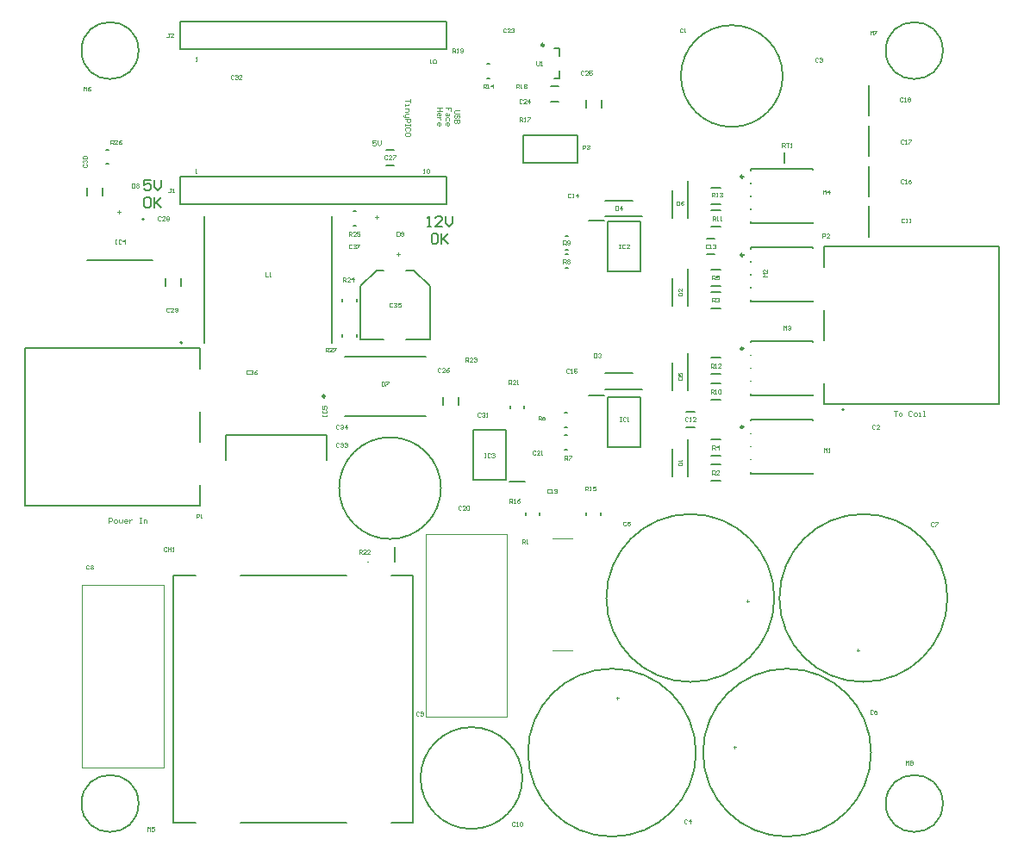
<source format=gto>
G04*
G04 #@! TF.GenerationSoftware,Altium Limited,Altium Designer,21.6.4 (81)*
G04*
G04 Layer_Color=65535*
%FSLAX44Y44*%
%MOMM*%
G71*
G04*
G04 #@! TF.SameCoordinates,6345E517-F44B-4F0B-96C8-749CB5923BEE*
G04*
G04*
G04 #@! TF.FilePolarity,Positive*
G04*
G01*
G75*
%ADD10C,0.2000*%
%ADD11C,0.2500*%
%ADD12C,0.1000*%
%ADD13C,0.1270*%
D10*
X682500Y232000D02*
G03*
X682500Y232000I-82500J0D01*
G01*
X848000Y770000D02*
G03*
X848000Y770000I-28000J0D01*
G01*
X58000Y30000D02*
G03*
X58000Y30000I-28000J0D01*
G01*
X101000Y483000D02*
G03*
X101000Y483000I-1000J0D01*
G01*
X58000Y770000D02*
G03*
X58000Y770000I-28000J0D01*
G01*
X355000Y340000D02*
G03*
X355000Y340000I-50000J0D01*
G01*
X63270Y604450D02*
G03*
X63270Y604450I-890J0D01*
G01*
X690707Y745000D02*
G03*
X690707Y745000I-50000J0D01*
G01*
X605500Y80000D02*
G03*
X605500Y80000I-82500J0D01*
G01*
X777500D02*
G03*
X777500Y80000I-82500J0D01*
G01*
X852500Y232000D02*
G03*
X852500Y232000I-82500J0D01*
G01*
X848000Y30000D02*
G03*
X848000Y30000I-28000J0D01*
G01*
X751000Y417000D02*
G03*
X751000Y417000I-1000J0D01*
G01*
X435000Y55000D02*
G03*
X435000Y55000I-50000J0D01*
G01*
X692500Y659750D02*
Y670250D01*
X99621Y538531D02*
Y546469D01*
X84059Y538531D02*
Y546469D01*
X476750Y400000D02*
X479250D01*
X476750Y414000D02*
X479250D01*
X462531Y735281D02*
X470469D01*
X462531Y719719D02*
X470469D01*
X471500Y742500D02*
Y750500D01*
X466500Y742500D02*
X471500D01*
Y764500D02*
Y772500D01*
X466500D02*
X471500D01*
X400250Y743000D02*
X402750D01*
X400250Y757000D02*
X402750D01*
X422000Y346700D02*
X437250D01*
X418500Y348000D02*
Y397000D01*
X386500D02*
X418500D01*
X386500Y348000D02*
Y397000D01*
Y348000D02*
X418500D01*
X452000Y313750D02*
Y316250D01*
X438000Y313750D02*
Y316250D01*
X26250Y658737D02*
X28750D01*
X26250Y672737D02*
X28750D01*
X22781Y627445D02*
Y635382D01*
X7219Y627445D02*
Y635382D01*
X7000Y564000D02*
X72000D01*
X122500Y482500D02*
Y607500D01*
X247500Y482500D02*
Y607500D01*
X268750Y598000D02*
X271250D01*
X268750Y612000D02*
X271250D01*
X344000Y486000D02*
Y538500D01*
X321000Y486000D02*
X344000D01*
X321000Y554000D02*
X328500D01*
X344000Y538500D01*
X276000D02*
X291500Y554000D01*
X299000D01*
X276000Y486000D02*
X299000D01*
X276000D02*
Y538500D01*
X260250Y469500D02*
X339750D01*
X260250Y410500D02*
X339750D01*
X310000Y268000D02*
Y282000D01*
X258000Y523750D02*
Y526250D01*
X272000Y523750D02*
Y526250D01*
X258000Y488750D02*
Y491250D01*
X272000Y488750D02*
Y491250D01*
X301031Y672781D02*
X308969D01*
X301031Y657219D02*
X308969D01*
X99250Y619100D02*
Y646100D01*
Y619100D02*
X360750D01*
Y646100D01*
X99250D02*
X360750D01*
X435600Y660058D02*
Y686957D01*
Y660058D02*
X489400D01*
Y686957D01*
X435600D02*
X489400D01*
X99250Y771500D02*
Y798500D01*
Y771500D02*
X360750D01*
Y798500D01*
X99250D02*
X360750D01*
X143500Y368000D02*
Y392500D01*
X242500D01*
Y368000D02*
Y392500D01*
X582250Y605824D02*
Y632824D01*
X597750Y605824D02*
Y642074D01*
X516500Y622750D02*
X543500D01*
X516500Y607250D02*
X552750D01*
X477207Y588058D02*
X479707D01*
X477207Y574057D02*
X479707D01*
X477207Y570000D02*
X479707D01*
X477207Y556000D02*
X479707D01*
X500250Y603300D02*
X515500D01*
X519000Y553000D02*
Y602000D01*
Y553000D02*
X551000D01*
Y602000D01*
X519000D02*
X551000D01*
X616031Y585281D02*
X623969D01*
X616031Y569719D02*
X623969D01*
X620269Y635000D02*
X629730D01*
X620269Y619000D02*
X629730D01*
X620269Y613000D02*
X629730D01*
X620269Y597000D02*
X629730D01*
X582250Y519000D02*
Y546000D01*
X597750Y519000D02*
Y555250D01*
X620269Y555000D02*
X629730D01*
X620269Y539000D02*
X629730D01*
X620269Y533000D02*
X629730D01*
X620269Y517000D02*
X629730D01*
X659500Y653750D02*
X720500D01*
X659500Y600250D02*
Y601700D01*
Y614200D02*
Y614400D01*
Y626900D02*
Y627100D01*
Y639600D02*
Y639800D01*
Y652300D02*
Y653750D01*
Y600250D02*
X720500D01*
Y601200D01*
Y652800D02*
Y653750D01*
X659500Y576750D02*
X720500D01*
X659500Y523250D02*
Y524700D01*
Y537200D02*
Y537400D01*
Y549900D02*
Y550100D01*
Y562600D02*
Y562800D01*
Y575300D02*
Y576750D01*
Y523250D02*
X720500D01*
Y524200D01*
Y575800D02*
Y576750D01*
X775000Y706000D02*
Y736000D01*
Y666333D02*
Y696333D01*
Y626667D02*
Y656667D01*
X775200Y587000D02*
Y617000D01*
X476750Y392000D02*
X479250D01*
X476750Y378000D02*
X479250D01*
X500250Y430800D02*
X515500D01*
X519000Y380500D02*
Y429500D01*
Y380500D02*
X551000D01*
Y429500D01*
X519000D02*
X551000D01*
X596031Y415281D02*
X603969D01*
X596031Y399719D02*
X603969D01*
X582250Y436500D02*
Y463500D01*
X597750Y436500D02*
Y472750D01*
X620269Y468000D02*
X629730D01*
X620269Y452000D02*
X629730D01*
X620269Y443000D02*
X629730D01*
X620269Y427000D02*
X629730D01*
X659500Y484750D02*
X720500D01*
X659500Y431250D02*
Y432700D01*
Y445200D02*
Y445400D01*
Y457900D02*
Y458100D01*
Y470600D02*
Y470800D01*
Y483300D02*
Y484750D01*
Y431250D02*
X720500D01*
Y432200D01*
Y483800D02*
Y484750D01*
X659500Y407750D02*
X720500D01*
X659500Y354250D02*
Y355700D01*
Y368200D02*
Y368400D01*
Y380900D02*
Y381100D01*
Y393600D02*
Y393800D01*
Y406300D02*
Y407750D01*
Y354250D02*
X720500D01*
Y355200D01*
Y406800D02*
Y407750D01*
X582250Y351500D02*
Y378500D01*
X597750Y351500D02*
Y387750D01*
X620269Y388000D02*
X629730D01*
X620269Y372000D02*
X629730D01*
X620269Y363000D02*
X629730D01*
X620269Y347000D02*
X629730D01*
X92500Y11458D02*
X114000D01*
X92500D02*
Y96958D01*
Y94958D02*
Y254457D01*
X114000D01*
X158000D02*
X262000D01*
X158000Y11458D02*
X262000D01*
X306000D02*
X327500D01*
Y122957D01*
Y254457D01*
X306000D02*
X327500D01*
X437000Y418042D02*
Y420542D01*
X423000Y418042D02*
Y420542D01*
X512000Y313750D02*
Y316250D01*
X498000Y313750D02*
Y316250D01*
X516500Y452750D02*
X543500D01*
X516500Y437250D02*
X552750D01*
X497574Y713531D02*
Y721469D01*
X513136Y713531D02*
Y721469D01*
X372605Y421355D02*
Y429292D01*
X357043Y421355D02*
Y429292D01*
X70334Y642793D02*
X63669D01*
Y637794D01*
X67002Y639461D01*
X68668D01*
X70334Y637794D01*
Y634462D01*
X68668Y632796D01*
X65335D01*
X63669Y634462D01*
X73666Y642793D02*
Y636128D01*
X76998Y632796D01*
X80331Y636128D01*
Y642793D01*
X68668Y625997D02*
X65335D01*
X63669Y624331D01*
Y617666D01*
X65335Y616000D01*
X68668D01*
X70334Y617666D01*
Y624331D01*
X68668Y625997D01*
X73666D02*
Y616000D01*
Y619332D01*
X80331Y625997D01*
X75332Y620998D01*
X80331Y616000D01*
X341504Y596796D02*
X344836D01*
X343170D01*
Y606793D01*
X341504Y605127D01*
X356499Y596796D02*
X349835D01*
X356499Y603461D01*
Y605127D01*
X354833Y606793D01*
X351501D01*
X349835Y605127D01*
X359832Y606793D02*
Y600128D01*
X363164Y596796D01*
X366496Y600128D01*
Y606793D01*
X350668Y589997D02*
X347336D01*
X345669Y588331D01*
Y581666D01*
X347336Y580000D01*
X350668D01*
X352334Y581666D01*
Y588331D01*
X350668Y589997D01*
X355666D02*
Y580000D01*
Y583332D01*
X362331Y589997D01*
X357332Y584998D01*
X362331Y580000D01*
D11*
X456250Y775500D02*
G03*
X456250Y775500I-1250J0D01*
G01*
X241240Y430250D02*
G03*
X241240Y430250I-1250J0D01*
G01*
X652000Y646050D02*
G03*
X652000Y646050I-1250J0D01*
G01*
Y569050D02*
G03*
X652000Y569050I-1250J0D01*
G01*
Y477050D02*
G03*
X652000Y477050I-1250J0D01*
G01*
Y400050D02*
G03*
X652000Y400050I-1250J0D01*
G01*
D12*
X284000Y266957D02*
G03*
X283000Y266957I-500J0D01*
G01*
D02*
G03*
X284000Y266957I500J0D01*
G01*
X82500Y65000D02*
Y245000D01*
X2500Y65000D02*
X82500D01*
X2500D02*
Y245000D01*
X82500D01*
X464207Y180543D02*
X484207D01*
X464207Y290543D02*
X484207D01*
X340000Y115000D02*
X420000Y115000D01*
Y295000D01*
X340000D02*
X420000D01*
X340000Y115000D02*
X340000Y295000D01*
X799588Y415998D02*
X802921D01*
X801255D01*
Y411000D01*
X805420D02*
X807086D01*
X807919Y411833D01*
Y413499D01*
X807086Y414332D01*
X805420D01*
X804587Y413499D01*
Y411833D01*
X805420Y411000D01*
X817916Y415165D02*
X817083Y415998D01*
X815416D01*
X814584Y415165D01*
Y411833D01*
X815416Y411000D01*
X817083D01*
X817916Y411833D01*
X820415Y411000D02*
X822081D01*
X822914Y411833D01*
Y413499D01*
X822081Y414332D01*
X820415D01*
X819582Y413499D01*
Y411833D01*
X820415Y411000D01*
X824580D02*
X826246D01*
X825413D01*
Y414332D01*
X824580D01*
X828745Y411000D02*
X830412D01*
X829579D01*
Y415998D01*
X828745D01*
X372794Y711665D02*
X368629D01*
X367796Y710831D01*
Y709165D01*
X368629Y708332D01*
X372794D01*
X371961Y703334D02*
X372794Y704167D01*
Y705833D01*
X371961Y706666D01*
X371128D01*
X370295Y705833D01*
Y704167D01*
X369462Y703334D01*
X368629D01*
X367796Y704167D01*
Y705833D01*
X368629Y706666D01*
X372794Y701668D02*
X367796D01*
Y699169D01*
X368629Y698335D01*
X369462D01*
X370295Y699169D01*
Y701668D01*
Y699169D01*
X371128Y698335D01*
X371961D01*
X372794Y699169D01*
Y701668D01*
X364396Y710831D02*
Y714164D01*
X361897D01*
Y712498D01*
Y714164D01*
X359398D01*
X362730Y708332D02*
Y706666D01*
X361897Y705833D01*
X359398D01*
Y708332D01*
X360231Y709165D01*
X361064Y708332D01*
Y705833D01*
X362730Y700835D02*
Y703334D01*
X361897Y704167D01*
X360231D01*
X359398Y703334D01*
Y700835D01*
Y696669D02*
Y698335D01*
X360231Y699169D01*
X361897D01*
X362730Y698335D01*
Y696669D01*
X361897Y695836D01*
X361064D01*
Y699169D01*
X355998Y714164D02*
X351000D01*
X353499D01*
Y710831D01*
X355998D01*
X351000D01*
Y706666D02*
Y708332D01*
X351833Y709165D01*
X353499D01*
X354332Y708332D01*
Y706666D01*
X353499Y705833D01*
X352666D01*
Y709165D01*
X354332Y704167D02*
X351000D01*
X352666D01*
X353499Y703334D01*
X354332Y702501D01*
Y701668D01*
X351000Y696669D02*
Y698335D01*
X351833Y699169D01*
X353499D01*
X354332Y698335D01*
Y696669D01*
X353499Y695836D01*
X352666D01*
Y699169D01*
X291167Y681998D02*
X287835D01*
Y679499D01*
X289501Y680332D01*
X290334D01*
X291167Y679499D01*
Y677833D01*
X290334Y677000D01*
X288668D01*
X287835Y677833D01*
X292833Y681998D02*
Y678666D01*
X294499Y677000D01*
X296165Y678666D01*
Y681998D01*
X28756Y306000D02*
Y310998D01*
X31255D01*
X32088Y310165D01*
Y308499D01*
X31255Y307666D01*
X28756D01*
X34588Y306000D02*
X36254D01*
X37087Y306833D01*
Y308499D01*
X36254Y309332D01*
X34588D01*
X33754Y308499D01*
Y306833D01*
X34588Y306000D01*
X38753Y309332D02*
Y306833D01*
X39586Y306000D01*
X40419Y306833D01*
X41252Y306000D01*
X42085Y306833D01*
Y309332D01*
X46250Y306000D02*
X44584D01*
X43751Y306833D01*
Y308499D01*
X44584Y309332D01*
X46250D01*
X47084Y308499D01*
Y307666D01*
X43751D01*
X48750Y309332D02*
Y306000D01*
Y307666D01*
X49583Y308499D01*
X50416Y309332D01*
X51249D01*
X58746Y310998D02*
X60412D01*
X59579D01*
Y306000D01*
X58746D01*
X60412D01*
X62912D02*
Y309332D01*
X65411D01*
X66244Y308499D01*
Y306000D01*
X324664Y722327D02*
Y718995D01*
Y720661D01*
X319666D01*
Y717329D02*
Y715663D01*
Y716496D01*
X322998D01*
Y717329D01*
X319666Y713164D02*
X322998D01*
Y710665D01*
X322165Y709831D01*
X319666D01*
X322998Y708165D02*
X320499D01*
X319666Y707332D01*
Y704833D01*
X318833D01*
X318000Y705666D01*
Y706499D01*
X319666Y704833D02*
X322998D01*
X319666Y703167D02*
X324664D01*
Y700668D01*
X323831Y699835D01*
X322165D01*
X321332Y700668D01*
Y703167D01*
X324664Y698169D02*
Y696502D01*
Y697336D01*
X319666D01*
Y698169D01*
Y696502D01*
X323831Y690671D02*
X324664Y691504D01*
Y693170D01*
X323831Y694003D01*
X320499D01*
X319666Y693170D01*
Y691504D01*
X320499Y690671D01*
X324664Y686506D02*
Y688172D01*
X323831Y689005D01*
X320499D01*
X319666Y688172D01*
Y686506D01*
X320499Y685673D01*
X323831D01*
X324664Y686506D01*
X655000Y228999D02*
X657666D01*
X656333Y230332D02*
Y227666D01*
X39037Y613310D02*
Y609883D01*
X37324Y611596D02*
X40751D01*
X293470Y606286D02*
X290042D01*
X291756Y608000D02*
Y604572D01*
X311572Y570214D02*
X315000D01*
X313286Y568500D02*
Y571928D01*
X113800Y649600D02*
X115133D01*
X114466D01*
Y653599D01*
X113800Y652932D01*
X337500Y649600D02*
X338833D01*
X338166D01*
Y653599D01*
X337500Y652932D01*
X340832D02*
X341499Y653599D01*
X342832D01*
X343498Y652932D01*
Y650266D01*
X342832Y649600D01*
X341499D01*
X340832Y650266D01*
Y652932D01*
X114000Y760000D02*
X115333D01*
X114666D01*
Y763999D01*
X114000Y763332D01*
X344000Y757500D02*
X345333D01*
X344666D01*
Y761499D01*
X344000Y760832D01*
X347332D02*
X347999Y761499D01*
X349332D01*
X349998Y760832D01*
Y758167D01*
X349332Y757500D01*
X347999D01*
X347332Y758167D01*
Y760832D01*
X528501Y132500D02*
Y135166D01*
X527168Y133833D02*
X529834D01*
X645000Y85501D02*
X642334D01*
X643667Y84168D02*
Y86834D01*
X764499Y182000D02*
Y179334D01*
X765832Y180667D02*
X763166D01*
X729744Y586264D02*
Y590263D01*
X731743D01*
X732410Y589596D01*
Y588263D01*
X731743Y587597D01*
X729744D01*
X736408Y586264D02*
X733743D01*
X736408Y588930D01*
Y589596D01*
X735742Y590263D01*
X734409D01*
X733743Y589596D01*
X114834Y310501D02*
Y314499D01*
X116834D01*
X117500Y313833D01*
Y312500D01*
X116834Y311834D01*
X114834D01*
X118833Y310501D02*
X120166D01*
X119499D01*
Y314499D01*
X118833Y313833D01*
X307334Y521333D02*
X306668Y521999D01*
X305335D01*
X304668Y521333D01*
Y518667D01*
X305335Y518001D01*
X306668D01*
X307334Y518667D01*
X308667Y521333D02*
X309333Y521999D01*
X310667D01*
X311333Y521333D01*
Y520667D01*
X310667Y520000D01*
X310000D01*
X310667D01*
X311333Y519334D01*
Y518667D01*
X310667Y518001D01*
X309333D01*
X308667Y518667D01*
X315332Y521999D02*
X312666D01*
Y520000D01*
X313999Y520667D01*
X314665D01*
X315332Y520000D01*
Y518667D01*
X314665Y518001D01*
X313332D01*
X312666Y518667D01*
X448834Y759499D02*
Y756167D01*
X449501Y755501D01*
X450834D01*
X451500Y756167D01*
Y759499D01*
X452833Y755501D02*
X454166D01*
X453499D01*
Y759499D01*
X452833Y758833D01*
X690180Y675156D02*
Y679154D01*
X692179D01*
X692846Y678488D01*
Y677155D01*
X692179Y676488D01*
X690180D01*
X691513D02*
X692846Y675156D01*
X694179Y679154D02*
X696844D01*
X695511D01*
Y675156D01*
X698177D02*
X699510D01*
X698844D01*
Y679154D01*
X698177Y678488D01*
X241668Y474001D02*
Y477999D01*
X243668D01*
X244334Y477333D01*
Y476000D01*
X243668Y475334D01*
X241668D01*
X243001D02*
X244334Y474001D01*
X248333D02*
X245667D01*
X248333Y476666D01*
Y477333D01*
X247666Y477999D01*
X246334D01*
X245667Y477333D01*
X249666Y477999D02*
X252332D01*
Y477333D01*
X249666Y474667D01*
Y474001D01*
X30668Y678001D02*
Y681999D01*
X32668D01*
X33334Y681333D01*
Y680000D01*
X32668Y679334D01*
X30668D01*
X32001D02*
X33334Y678001D01*
X37333D02*
X34667D01*
X37333Y680667D01*
Y681333D01*
X36667Y681999D01*
X35334D01*
X34667Y681333D01*
X41332Y681999D02*
X39999Y681333D01*
X38666Y680000D01*
Y678667D01*
X39332Y678001D01*
X40665D01*
X41332Y678667D01*
Y679334D01*
X40665Y680000D01*
X38666D01*
X264668Y588001D02*
Y591999D01*
X266668D01*
X267334Y591333D01*
Y590000D01*
X266668Y589333D01*
X264668D01*
X266001D02*
X267334Y588001D01*
X271333D02*
X268667D01*
X271333Y590667D01*
Y591333D01*
X270667Y591999D01*
X269333D01*
X268667Y591333D01*
X275332Y591999D02*
X272666D01*
Y590000D01*
X273999Y590667D01*
X274665D01*
X275332Y590000D01*
Y588667D01*
X274665Y588001D01*
X273332D01*
X272666Y588667D01*
X258918Y543001D02*
Y546999D01*
X260918D01*
X261584Y546333D01*
Y545000D01*
X260918Y544334D01*
X258918D01*
X260251D02*
X261584Y543001D01*
X265583D02*
X262917D01*
X265583Y545667D01*
Y546333D01*
X264916Y546999D01*
X263584D01*
X262917Y546333D01*
X268915Y543001D02*
Y546999D01*
X266916Y545000D01*
X269582D01*
X379224Y464344D02*
Y468343D01*
X381223D01*
X381890Y467676D01*
Y466343D01*
X381223Y465677D01*
X379224D01*
X380557D02*
X381890Y464344D01*
X385888D02*
X383223D01*
X385888Y467010D01*
Y467676D01*
X385222Y468343D01*
X383889D01*
X383223Y467676D01*
X387221D02*
X387888Y468343D01*
X389221D01*
X389887Y467676D01*
Y467010D01*
X389221Y466343D01*
X388554D01*
X389221D01*
X389887Y465677D01*
Y465010D01*
X389221Y464344D01*
X387888D01*
X387221Y465010D01*
X274668Y275501D02*
Y279499D01*
X276668D01*
X277334Y278833D01*
Y277500D01*
X276668Y276834D01*
X274668D01*
X276001D02*
X277334Y275501D01*
X281333D02*
X278667D01*
X281333Y278167D01*
Y278833D01*
X280666Y279499D01*
X279333D01*
X278667Y278833D01*
X285332Y275501D02*
X282666D01*
X285332Y278167D01*
Y278833D01*
X284665Y279499D01*
X283332D01*
X282666Y278833D01*
X421642Y441992D02*
Y445991D01*
X423641D01*
X424308Y445324D01*
Y443991D01*
X423641Y443325D01*
X421642D01*
X422975D02*
X424308Y441992D01*
X428307D02*
X425641D01*
X428307Y444658D01*
Y445324D01*
X427640Y445991D01*
X426307D01*
X425641Y445324D01*
X429639Y441992D02*
X430972D01*
X430306D01*
Y445991D01*
X429639Y445324D01*
X366502Y768001D02*
Y771999D01*
X368501D01*
X369167Y771333D01*
Y770000D01*
X368501Y769334D01*
X366502D01*
X367835D02*
X369167Y768001D01*
X370500D02*
X371833D01*
X371167D01*
Y771999D01*
X370500Y771333D01*
X373833Y768667D02*
X374499Y768001D01*
X375832D01*
X376498Y768667D01*
Y771333D01*
X375832Y771999D01*
X374499D01*
X373833Y771333D01*
Y770667D01*
X374499Y770000D01*
X376498D01*
X429002Y733001D02*
Y736999D01*
X431001D01*
X431667Y736333D01*
Y735000D01*
X431001Y734334D01*
X429002D01*
X430335D02*
X431667Y733001D01*
X433000D02*
X434333D01*
X433667D01*
Y736999D01*
X433000Y736333D01*
X436333D02*
X436999Y736999D01*
X438332D01*
X438998Y736333D01*
Y735667D01*
X438332Y735000D01*
X438998Y734334D01*
Y733667D01*
X438332Y733001D01*
X436999D01*
X436333Y733667D01*
Y734334D01*
X436999Y735000D01*
X436333Y735667D01*
Y736333D01*
X436999Y735000D02*
X438332D01*
X432502Y700501D02*
Y704499D01*
X434501D01*
X435167Y703833D01*
Y702500D01*
X434501Y701833D01*
X432502D01*
X433834D02*
X435167Y700501D01*
X436500D02*
X437833D01*
X437167D01*
Y704499D01*
X436500Y703833D01*
X439833Y704499D02*
X442498D01*
Y703833D01*
X439833Y701167D01*
Y700501D01*
X422502Y325501D02*
Y329499D01*
X424501D01*
X425168Y328833D01*
Y327500D01*
X424501Y326834D01*
X422502D01*
X423834D02*
X425168Y325501D01*
X426500D02*
X427833D01*
X427167D01*
Y329499D01*
X426500Y328833D01*
X432498Y329499D02*
X431166Y328833D01*
X429833Y327500D01*
Y326167D01*
X430499Y325501D01*
X431832D01*
X432498Y326167D01*
Y326834D01*
X431832Y327500D01*
X429833D01*
X496826Y337598D02*
Y341597D01*
X498825D01*
X499492Y340930D01*
Y339597D01*
X498825Y338931D01*
X496826D01*
X498159D02*
X499492Y337598D01*
X500825D02*
X502158D01*
X501491D01*
Y341597D01*
X500825Y340930D01*
X506823Y341597D02*
X504157D01*
Y339597D01*
X505490Y340264D01*
X506156D01*
X506823Y339597D01*
Y338264D01*
X506156Y337598D01*
X504823D01*
X504157Y338264D01*
X396502Y733001D02*
Y736999D01*
X398501D01*
X399167Y736333D01*
Y735000D01*
X398501Y734334D01*
X396502D01*
X397835D02*
X399167Y733001D01*
X400500D02*
X401833D01*
X401167D01*
Y736999D01*
X400500Y736333D01*
X405832Y733001D02*
Y736999D01*
X403833Y735000D01*
X406498D01*
X621335Y626376D02*
Y630375D01*
X623335D01*
X624001Y629708D01*
Y628375D01*
X623335Y627709D01*
X621335D01*
X622668D02*
X624001Y626376D01*
X625334D02*
X626667D01*
X626000D01*
Y630375D01*
X625334Y629708D01*
X628666D02*
X629333Y630375D01*
X630666D01*
X631332Y629708D01*
Y629042D01*
X630666Y628375D01*
X629999D01*
X630666D01*
X631332Y627709D01*
Y627042D01*
X630666Y626376D01*
X629333D01*
X628666Y627042D01*
X620002Y458001D02*
Y461999D01*
X622001D01*
X622667Y461333D01*
Y460000D01*
X622001Y459333D01*
X620002D01*
X621334D02*
X622667Y458001D01*
X624000D02*
X625333D01*
X624667D01*
Y461999D01*
X624000Y461333D01*
X629998Y458001D02*
X627333D01*
X629998Y460667D01*
Y461333D01*
X629332Y461999D01*
X627999D01*
X627333Y461333D01*
X622002Y603001D02*
Y606999D01*
X624001D01*
X624668Y606333D01*
Y605000D01*
X624001Y604334D01*
X622002D01*
X623335D02*
X624668Y603001D01*
X626000D02*
X627333D01*
X626667D01*
Y606999D01*
X626000Y606333D01*
X629333Y603001D02*
X630666D01*
X629999D01*
Y606999D01*
X629333Y606333D01*
X620002Y433001D02*
Y436999D01*
X622001D01*
X622667Y436333D01*
Y435000D01*
X622001Y434333D01*
X620002D01*
X621334D02*
X622667Y433001D01*
X624000D02*
X625333D01*
X624667D01*
Y436999D01*
X624000Y436333D01*
X627333D02*
X627999Y436999D01*
X629332D01*
X629998Y436333D01*
Y433667D01*
X629332Y433001D01*
X627999D01*
X627333Y433667D01*
Y436333D01*
X475125Y579058D02*
Y583057D01*
X477125D01*
X477791Y582390D01*
Y581058D01*
X477125Y580391D01*
X475125D01*
X476458D02*
X477791Y579058D01*
X479124Y579725D02*
X479790Y579058D01*
X481123D01*
X481790Y579725D01*
Y582390D01*
X481123Y583057D01*
X479790D01*
X479124Y582390D01*
Y581724D01*
X479790Y581058D01*
X481790D01*
X475125Y561001D02*
Y564999D01*
X477125D01*
X477791Y564333D01*
Y563000D01*
X477125Y562333D01*
X475125D01*
X476458D02*
X477791Y561001D01*
X479124Y564333D02*
X479790Y564999D01*
X481123D01*
X481790Y564333D01*
Y563666D01*
X481123Y563000D01*
X481790Y562333D01*
Y561667D01*
X481123Y561001D01*
X479790D01*
X479124Y561667D01*
Y562333D01*
X479790Y563000D01*
X479124Y563666D01*
Y564333D01*
X479790Y563000D02*
X481123D01*
X476668Y368001D02*
Y371999D01*
X478667D01*
X479334Y371333D01*
Y370000D01*
X478667Y369334D01*
X476668D01*
X478001D02*
X479334Y368001D01*
X480667Y371999D02*
X483332D01*
Y371333D01*
X480667Y368667D01*
Y368001D01*
X450668Y407001D02*
Y410999D01*
X452667D01*
X453334Y410333D01*
Y409000D01*
X452667Y408334D01*
X450668D01*
X452001D02*
X453334Y407001D01*
X457332Y410999D02*
X455999Y410333D01*
X454666Y409000D01*
Y407667D01*
X455333Y407001D01*
X456666D01*
X457332Y407667D01*
Y408334D01*
X456666Y409000D01*
X454666D01*
X621668Y545001D02*
Y548999D01*
X623667D01*
X624333Y548333D01*
Y547000D01*
X623667Y546334D01*
X621668D01*
X623001D02*
X624333Y545001D01*
X628332Y548999D02*
X625666D01*
Y547000D01*
X626999Y547667D01*
X627666D01*
X628332Y547000D01*
Y545667D01*
X627666Y545001D01*
X626333D01*
X625666Y545667D01*
X621668Y378001D02*
Y381999D01*
X623667D01*
X624333Y381333D01*
Y380000D01*
X623667Y379334D01*
X621668D01*
X623001D02*
X624333Y378001D01*
X627666D02*
Y381999D01*
X625666Y380000D01*
X628332D01*
X621668Y523001D02*
Y526999D01*
X623667D01*
X624333Y526333D01*
Y525000D01*
X623667Y524333D01*
X621668D01*
X623001D02*
X624333Y523001D01*
X625666Y526333D02*
X626333Y526999D01*
X627666D01*
X628332Y526333D01*
Y525667D01*
X627666Y525000D01*
X626999D01*
X627666D01*
X628332Y524333D01*
Y523667D01*
X627666Y523001D01*
X626333D01*
X625666Y523667D01*
X621668Y353001D02*
Y356999D01*
X623667D01*
X624333Y356333D01*
Y355000D01*
X623667Y354334D01*
X621668D01*
X623001D02*
X624333Y353001D01*
X628332D02*
X625666D01*
X628332Y355667D01*
Y356333D01*
X627666Y356999D01*
X626333D01*
X625666Y356333D01*
X434834Y285501D02*
Y289499D01*
X436834D01*
X437500Y288833D01*
Y287500D01*
X436834Y286834D01*
X434834D01*
X436167D02*
X437500Y285501D01*
X438833D02*
X440166D01*
X439499D01*
Y289499D01*
X438833Y288833D01*
X494168Y673001D02*
Y676999D01*
X496167D01*
X496834Y676333D01*
Y675000D01*
X496167Y674334D01*
X494168D01*
X498166Y676333D02*
X498833Y676999D01*
X500166D01*
X500832Y676333D01*
Y675667D01*
X500166Y675000D01*
X499499D01*
X500166D01*
X500832Y674334D01*
Y673667D01*
X500166Y673001D01*
X498833D01*
X498166Y673667D01*
X811668Y68001D02*
Y71999D01*
X813001Y70666D01*
X814334Y71999D01*
Y68001D01*
X815666Y71333D02*
X816333Y71999D01*
X817666D01*
X818332Y71333D01*
Y70666D01*
X817666Y70000D01*
X818332Y69334D01*
Y68667D01*
X817666Y68001D01*
X816333D01*
X815666Y68667D01*
Y69334D01*
X816333Y70000D01*
X815666Y70666D01*
Y71333D01*
X816333Y70000D02*
X817666D01*
X776668Y785501D02*
Y789499D01*
X778001Y788167D01*
X779333Y789499D01*
Y785501D01*
X780666Y789499D02*
X783332D01*
Y788833D01*
X780666Y786167D01*
Y785501D01*
X4168Y730501D02*
Y734499D01*
X5501Y733167D01*
X6834Y734499D01*
Y730501D01*
X10832Y734499D02*
X9499Y733833D01*
X8166Y732500D01*
Y731167D01*
X8833Y730501D01*
X10166D01*
X10832Y731167D01*
Y731834D01*
X10166Y732500D01*
X8166D01*
X66668Y3001D02*
Y6999D01*
X68001Y5666D01*
X69334Y6999D01*
Y3001D01*
X73332Y6999D02*
X70666D01*
Y5000D01*
X71999Y5666D01*
X72666D01*
X73332Y5000D01*
Y3667D01*
X72666Y3001D01*
X71333D01*
X70666Y3667D01*
X730168Y628851D02*
Y632849D01*
X731501Y631516D01*
X732834Y632849D01*
Y628851D01*
X736166D02*
Y632849D01*
X734166Y630850D01*
X736832D01*
X691668Y495501D02*
Y499499D01*
X693001Y498167D01*
X694334Y499499D01*
Y495501D01*
X695667Y498833D02*
X696333Y499499D01*
X697666D01*
X698332Y498833D01*
Y498167D01*
X697666Y497500D01*
X696999D01*
X697666D01*
X698332Y496834D01*
Y496167D01*
X697666Y495501D01*
X696333D01*
X695667Y496167D01*
X675499Y548218D02*
X671501D01*
X672833Y549551D01*
X671501Y550884D01*
X675499D01*
Y554882D02*
Y552216D01*
X672833Y554882D01*
X672167D01*
X671501Y554216D01*
Y552883D01*
X672167Y552216D01*
X731377Y375151D02*
Y379149D01*
X732710Y377817D01*
X734043Y379149D01*
Y375151D01*
X735376D02*
X736708D01*
X736042D01*
Y379149D01*
X735376Y378483D01*
X182627Y551999D02*
Y548001D01*
X185292D01*
X186625D02*
X187958D01*
X187292D01*
Y551999D01*
X186625Y551333D01*
X88334Y786999D02*
X87001D01*
X87667D01*
Y783667D01*
X87001Y783001D01*
X86334D01*
X85668Y783667D01*
X92332Y783001D02*
X89666D01*
X92332Y785667D01*
Y786333D01*
X91666Y786999D01*
X90333D01*
X89666Y786333D01*
X90000Y634499D02*
X88667D01*
X89334D01*
Y631167D01*
X88667Y630501D01*
X88001D01*
X87334Y631167D01*
X91333Y630501D02*
X92666D01*
X91999D01*
Y634499D01*
X91333Y633833D01*
X238501Y410502D02*
Y411834D01*
Y411168D01*
X242499D01*
Y410502D01*
Y411834D01*
X239167Y416500D02*
X238501Y415833D01*
Y414500D01*
X239167Y413834D01*
X241833D01*
X242499Y414500D01*
Y415833D01*
X241833Y416500D01*
X238501Y420498D02*
Y417833D01*
X240500D01*
X239834Y419165D01*
Y419832D01*
X240500Y420498D01*
X241833D01*
X242499Y419832D01*
Y418499D01*
X241833Y417833D01*
X35002Y584499D02*
X36335D01*
X35668D01*
Y580501D01*
X35002D01*
X36335D01*
X41000Y583833D02*
X40333Y584499D01*
X39000D01*
X38334Y583833D01*
Y581167D01*
X39000Y580501D01*
X40333D01*
X41000Y581167D01*
X44332Y580501D02*
Y584499D01*
X42333Y582500D01*
X44998D01*
X397502Y374499D02*
X398834D01*
X398168D01*
Y370501D01*
X397502D01*
X398834D01*
X403500Y373833D02*
X402833Y374499D01*
X401500D01*
X400834Y373833D01*
Y371167D01*
X401500Y370501D01*
X402833D01*
X403500Y371167D01*
X404833Y373833D02*
X405499Y374499D01*
X406832D01*
X407498Y373833D01*
Y373167D01*
X406832Y372500D01*
X406166D01*
X406832D01*
X407498Y371833D01*
Y371167D01*
X406832Y370501D01*
X405499D01*
X404833Y371167D01*
X530002Y579499D02*
X531334D01*
X530668D01*
Y575501D01*
X530002D01*
X531334D01*
X536000Y578833D02*
X535333Y579499D01*
X534000D01*
X533334Y578833D01*
Y576167D01*
X534000Y575501D01*
X535333D01*
X536000Y576167D01*
X539998Y575501D02*
X537333D01*
X539998Y578167D01*
Y578833D01*
X539332Y579499D01*
X537999D01*
X537333Y578833D01*
X530668Y409499D02*
X532001D01*
X531334D01*
Y405501D01*
X530668D01*
X532001D01*
X536666Y408833D02*
X536000Y409499D01*
X534667D01*
X534000Y408833D01*
Y406167D01*
X534667Y405501D01*
X536000D01*
X536666Y406167D01*
X537999Y405501D02*
X539332D01*
X538666D01*
Y409499D01*
X537999Y408833D01*
X311668Y591999D02*
Y588001D01*
X313667D01*
X314334Y588667D01*
Y591333D01*
X313667Y591999D01*
X311668D01*
X315667Y588667D02*
X316333Y588001D01*
X317666D01*
X318332Y588667D01*
Y591333D01*
X317666Y591999D01*
X316333D01*
X315667Y591333D01*
Y590667D01*
X316333Y590000D01*
X318332D01*
X51668Y639499D02*
Y635501D01*
X53667D01*
X54334Y636167D01*
Y638833D01*
X53667Y639499D01*
X51668D01*
X55666Y638833D02*
X56333Y639499D01*
X57666D01*
X58332Y638833D01*
Y638167D01*
X57666Y637500D01*
X58332Y636833D01*
Y636167D01*
X57666Y635501D01*
X56333D01*
X55666Y636167D01*
Y636833D01*
X56333Y637500D01*
X55666Y638167D01*
Y638833D01*
X56333Y637500D02*
X57666D01*
X296668Y444499D02*
Y440501D01*
X298667D01*
X299334Y441167D01*
Y443833D01*
X298667Y444499D01*
X296668D01*
X300667D02*
X303332D01*
Y443833D01*
X300667Y441167D01*
Y440501D01*
X586668Y621999D02*
Y618001D01*
X588667D01*
X589333Y618667D01*
Y621333D01*
X588667Y621999D01*
X586668D01*
X593332D02*
X591999Y621333D01*
X590666Y620000D01*
Y618667D01*
X591333Y618001D01*
X592666D01*
X593332Y618667D01*
Y619334D01*
X592666Y620000D01*
X590666D01*
X588001Y446668D02*
X591999D01*
Y448667D01*
X591333Y449333D01*
X588667D01*
X588001Y448667D01*
Y446668D01*
Y453332D02*
Y450666D01*
X590000D01*
X589333Y451999D01*
Y452666D01*
X590000Y453332D01*
X591333D01*
X591999Y452666D01*
Y451333D01*
X591333Y450666D01*
X526668Y616999D02*
Y613001D01*
X528667D01*
X529334Y613667D01*
Y616333D01*
X528667Y616999D01*
X526668D01*
X532666Y613001D02*
Y616999D01*
X530667Y615000D01*
X533332D01*
X505462Y472153D02*
Y468154D01*
X507461D01*
X508128Y468820D01*
Y471486D01*
X507461Y472153D01*
X505462D01*
X509461Y471486D02*
X510127Y472153D01*
X511460D01*
X512127Y471486D01*
Y470820D01*
X511460Y470153D01*
X510794D01*
X511460D01*
X512127Y469487D01*
Y468820D01*
X511460Y468154D01*
X510127D01*
X509461Y468820D01*
X588001Y529168D02*
X591999D01*
Y531167D01*
X591333Y531834D01*
X588667D01*
X588001Y531167D01*
Y529168D01*
X591999Y535832D02*
Y533166D01*
X589333Y535832D01*
X588667D01*
X588001Y535166D01*
Y533833D01*
X588667Y533166D01*
X588001Y362334D02*
X591999D01*
Y364334D01*
X591333Y365000D01*
X588667D01*
X588001Y364334D01*
Y362334D01*
X591999Y366333D02*
Y367666D01*
Y366999D01*
X588001D01*
X588667Y366333D01*
X85726Y281494D02*
X85059Y282161D01*
X83727D01*
X83060Y281494D01*
Y278828D01*
X83727Y278162D01*
X85059D01*
X85726Y278828D01*
X87059Y282161D02*
Y278162D01*
Y280161D01*
X89725D01*
Y282161D01*
Y278162D01*
X91057D02*
X92390D01*
X91724D01*
Y282161D01*
X91057Y281494D01*
X267334Y578833D02*
X266668Y579499D01*
X265335D01*
X264668Y578833D01*
Y576167D01*
X265335Y575501D01*
X266668D01*
X267334Y576167D01*
X268667Y578833D02*
X269333Y579499D01*
X270667D01*
X271333Y578833D01*
Y578167D01*
X270667Y577500D01*
X270000D01*
X270667D01*
X271333Y576833D01*
Y576167D01*
X270667Y575501D01*
X269333D01*
X268667Y576167D01*
X272666Y579499D02*
X275332D01*
Y578833D01*
X272666Y576167D01*
Y575501D01*
X166334Y455333D02*
X165668Y455999D01*
X164335D01*
X163668Y455333D01*
Y452667D01*
X164335Y452001D01*
X165668D01*
X166334Y452667D01*
X167667Y455333D02*
X168333Y455999D01*
X169667D01*
X170333Y455333D01*
Y454666D01*
X169667Y454000D01*
X169000D01*
X169667D01*
X170333Y453334D01*
Y452667D01*
X169667Y452001D01*
X168333D01*
X167667Y452667D01*
X174332Y455999D02*
X172999Y455333D01*
X171666Y454000D01*
Y452667D01*
X172332Y452001D01*
X173665D01*
X174332Y452667D01*
Y453334D01*
X173665Y454000D01*
X171666D01*
X254834Y401333D02*
X254168Y401999D01*
X252835D01*
X252168Y401333D01*
Y398667D01*
X252835Y398001D01*
X254168D01*
X254834Y398667D01*
X256167Y401333D02*
X256833Y401999D01*
X258167D01*
X258833Y401333D01*
Y400667D01*
X258167Y400000D01*
X257500D01*
X258167D01*
X258833Y399333D01*
Y398667D01*
X258167Y398001D01*
X256833D01*
X256167Y398667D01*
X262165Y398001D02*
Y401999D01*
X260166Y400000D01*
X262832D01*
X254834Y383833D02*
X254168Y384499D01*
X252835D01*
X252168Y383833D01*
Y381167D01*
X252835Y380501D01*
X254168D01*
X254834Y381167D01*
X256167Y383833D02*
X256833Y384499D01*
X258167D01*
X258833Y383833D01*
Y383167D01*
X258167Y382500D01*
X257500D01*
X258167D01*
X258833Y381834D01*
Y381167D01*
X258167Y380501D01*
X256833D01*
X256167Y381167D01*
X260166Y383833D02*
X260832Y384499D01*
X262165D01*
X262832Y383833D01*
Y383167D01*
X262165Y382500D01*
X261499D01*
X262165D01*
X262832Y381834D01*
Y381167D01*
X262165Y380501D01*
X260832D01*
X260166Y381167D01*
X151334Y745333D02*
X150668Y745999D01*
X149335D01*
X148668Y745333D01*
Y742667D01*
X149335Y742001D01*
X150668D01*
X151334Y742667D01*
X152667Y745333D02*
X153334Y745999D01*
X154667D01*
X155333Y745333D01*
Y744667D01*
X154667Y744000D01*
X154000D01*
X154667D01*
X155333Y743334D01*
Y742667D01*
X154667Y742001D01*
X153334D01*
X152667Y742667D01*
X159332Y742001D02*
X156666D01*
X159332Y744667D01*
Y745333D01*
X158665Y745999D01*
X157332D01*
X156666Y745333D01*
X394001Y413333D02*
X393334Y413999D01*
X392001D01*
X391335Y413333D01*
Y410667D01*
X392001Y410001D01*
X393334D01*
X394001Y410667D01*
X395334Y413333D02*
X396000Y413999D01*
X397333D01*
X397999Y413333D01*
Y412667D01*
X397333Y412000D01*
X396666D01*
X397333D01*
X397999Y411334D01*
Y410667D01*
X397333Y410001D01*
X396000D01*
X395334Y410667D01*
X399332Y410001D02*
X400665D01*
X399999D01*
Y413999D01*
X399332Y413333D01*
X3667Y658334D02*
X3001Y657668D01*
Y656335D01*
X3667Y655668D01*
X6333D01*
X6999Y656335D01*
Y657668D01*
X6333Y658334D01*
X3667Y659667D02*
X3001Y660334D01*
Y661666D01*
X3667Y662333D01*
X4333D01*
X5000Y661666D01*
Y661000D01*
Y661666D01*
X5666Y662333D01*
X6333D01*
X6999Y661666D01*
Y660334D01*
X6333Y659667D01*
X3667Y663666D02*
X3001Y664332D01*
Y665665D01*
X3667Y666332D01*
X6333D01*
X6999Y665665D01*
Y664332D01*
X6333Y663666D01*
X3667D01*
X88334Y516333D02*
X87668Y516999D01*
X86335D01*
X85668Y516333D01*
Y513667D01*
X86335Y513001D01*
X87668D01*
X88334Y513667D01*
X92333Y513001D02*
X89667D01*
X92333Y515667D01*
Y516333D01*
X91666Y516999D01*
X90334D01*
X89667Y516333D01*
X93666Y513667D02*
X94332Y513001D01*
X95665D01*
X96332Y513667D01*
Y516333D01*
X95665Y516999D01*
X94332D01*
X93666Y516333D01*
Y515667D01*
X94332Y515000D01*
X96332D01*
X79884Y606360D02*
X79217Y607027D01*
X77884D01*
X77218Y606360D01*
Y603694D01*
X77884Y603028D01*
X79217D01*
X79884Y603694D01*
X83883Y603028D02*
X81217D01*
X83883Y605694D01*
Y606360D01*
X83216Y607027D01*
X81883D01*
X81217Y606360D01*
X85215D02*
X85882Y607027D01*
X87215D01*
X87881Y606360D01*
Y605694D01*
X87215Y605027D01*
X87881Y604361D01*
Y603694D01*
X87215Y603028D01*
X85882D01*
X85215Y603694D01*
Y604361D01*
X85882Y605027D01*
X85215Y605694D01*
Y606360D01*
X85882Y605027D02*
X87215D01*
X302334Y666333D02*
X301668Y666999D01*
X300335D01*
X299668Y666333D01*
Y663667D01*
X300335Y663001D01*
X301668D01*
X302334Y663667D01*
X306333Y663001D02*
X303667D01*
X306333Y665667D01*
Y666333D01*
X305667Y666999D01*
X304334D01*
X303667Y666333D01*
X307666Y666999D02*
X310332D01*
Y666333D01*
X307666Y663667D01*
Y663001D01*
X354712Y457262D02*
X354045Y457929D01*
X352713D01*
X352046Y457262D01*
Y454596D01*
X352713Y453930D01*
X354045D01*
X354712Y454596D01*
X358711Y453930D02*
X356045D01*
X358711Y456596D01*
Y457262D01*
X358044Y457929D01*
X356711D01*
X356045Y457262D01*
X362709Y457929D02*
X361376Y457262D01*
X360043Y455929D01*
Y454596D01*
X360710Y453930D01*
X362043D01*
X362709Y454596D01*
Y455263D01*
X362043Y455929D01*
X360043D01*
X495174Y749362D02*
X494507Y750029D01*
X493175D01*
X492508Y749362D01*
Y746696D01*
X493175Y746030D01*
X494507D01*
X495174Y746696D01*
X499173Y746030D02*
X496507D01*
X499173Y748696D01*
Y749362D01*
X498506Y750029D01*
X497173D01*
X496507Y749362D01*
X503171Y750029D02*
X500505D01*
Y748029D01*
X501838Y748696D01*
X502505D01*
X503171Y748029D01*
Y746696D01*
X502505Y746030D01*
X501172D01*
X500505Y746696D01*
X434834Y721333D02*
X434168Y721999D01*
X432835D01*
X432168Y721333D01*
Y718667D01*
X432835Y718001D01*
X434168D01*
X434834Y718667D01*
X438833Y718001D02*
X436167D01*
X438833Y720667D01*
Y721333D01*
X438167Y721999D01*
X436833D01*
X436167Y721333D01*
X442165Y718001D02*
Y721999D01*
X440166Y720000D01*
X442832D01*
X418834Y791333D02*
X418168Y791999D01*
X416835D01*
X416168Y791333D01*
Y788667D01*
X416835Y788001D01*
X418168D01*
X418834Y788667D01*
X422833Y788001D02*
X420167D01*
X422833Y790667D01*
Y791333D01*
X422166Y791999D01*
X420834D01*
X420167Y791333D01*
X424166D02*
X424832Y791999D01*
X426165D01*
X426832Y791333D01*
Y790667D01*
X426165Y790000D01*
X425499D01*
X426165D01*
X426832Y789334D01*
Y788667D01*
X426165Y788001D01*
X424832D01*
X424166Y788667D01*
X448001Y376333D02*
X447334Y376999D01*
X446001D01*
X445335Y376333D01*
Y373667D01*
X446001Y373001D01*
X447334D01*
X448001Y373667D01*
X451999Y373001D02*
X449333D01*
X451999Y375667D01*
Y376333D01*
X451333Y376999D01*
X450000D01*
X449333Y376333D01*
X453332Y373001D02*
X454665D01*
X453999D01*
Y376999D01*
X453332Y376333D01*
X374834Y322040D02*
X374168Y322707D01*
X372835D01*
X372168Y322040D01*
Y319375D01*
X372835Y318708D01*
X374168D01*
X374834Y319375D01*
X378833Y318708D02*
X376167D01*
X378833Y321374D01*
Y322040D01*
X378167Y322707D01*
X376833D01*
X376167Y322040D01*
X380166D02*
X380832Y322707D01*
X382165D01*
X382832Y322040D01*
Y319375D01*
X382165Y318708D01*
X380832D01*
X380166Y319375D01*
Y322040D01*
X461900Y338390D02*
X461233Y339057D01*
X459901D01*
X459234Y338390D01*
Y335724D01*
X459901Y335058D01*
X461233D01*
X461900Y335724D01*
X463233Y335058D02*
X464566D01*
X463899D01*
Y339057D01*
X463233Y338390D01*
X466565Y335724D02*
X467231Y335058D01*
X468564D01*
X469231Y335724D01*
Y338390D01*
X468564Y339057D01*
X467231D01*
X466565Y338390D01*
Y337724D01*
X467231Y337057D01*
X469231D01*
X808667Y723333D02*
X808001Y723999D01*
X806668D01*
X806002Y723333D01*
Y720667D01*
X806668Y720001D01*
X808001D01*
X808667Y720667D01*
X810000Y720001D02*
X811333D01*
X810667D01*
Y723999D01*
X810000Y723333D01*
X813333D02*
X813999Y723999D01*
X815332D01*
X815998Y723333D01*
Y722666D01*
X815332Y722000D01*
X815998Y721334D01*
Y720667D01*
X815332Y720001D01*
X813999D01*
X813333Y720667D01*
Y721334D01*
X813999Y722000D01*
X813333Y722666D01*
Y723333D01*
X813999Y722000D02*
X815332D01*
X809667Y681666D02*
X809001Y682333D01*
X807668D01*
X807002Y681666D01*
Y679000D01*
X807668Y678334D01*
X809001D01*
X809667Y679000D01*
X811000Y678334D02*
X812333D01*
X811667D01*
Y682333D01*
X811000Y681666D01*
X814333Y682333D02*
X816998D01*
Y681666D01*
X814333Y679000D01*
Y678334D01*
X809667Y643000D02*
X809001Y643666D01*
X807668D01*
X807002Y643000D01*
Y640334D01*
X807668Y639667D01*
X809001D01*
X809667Y640334D01*
X811000Y639667D02*
X812333D01*
X811667D01*
Y643666D01*
X811000Y643000D01*
X816998Y643666D02*
X815666Y643000D01*
X814333Y641667D01*
Y640334D01*
X814999Y639667D01*
X816332D01*
X816998Y640334D01*
Y641000D01*
X816332Y641667D01*
X814333D01*
X481204Y456500D02*
X480537Y457167D01*
X479204D01*
X478538Y456500D01*
Y453834D01*
X479204Y453168D01*
X480537D01*
X481204Y453834D01*
X482537Y453168D02*
X483870D01*
X483203D01*
Y457167D01*
X482537Y456500D01*
X488535Y457167D02*
X485869D01*
Y455167D01*
X487202Y455834D01*
X487868D01*
X488535Y455167D01*
Y453834D01*
X487868Y453168D01*
X486535D01*
X485869Y453834D01*
X482667Y628833D02*
X482001Y629499D01*
X480668D01*
X480002Y628833D01*
Y626167D01*
X480668Y625501D01*
X482001D01*
X482667Y626167D01*
X484000Y625501D02*
X485333D01*
X484667D01*
Y629499D01*
X484000Y628833D01*
X489332Y625501D02*
Y629499D01*
X487333Y627500D01*
X489998D01*
X617667Y578833D02*
X617001Y579499D01*
X615668D01*
X615002Y578833D01*
Y576167D01*
X615668Y575501D01*
X617001D01*
X617667Y576167D01*
X619000Y575501D02*
X620333D01*
X619667D01*
Y579499D01*
X619000Y578833D01*
X622333D02*
X622999Y579499D01*
X624332D01*
X624998Y578833D01*
Y578167D01*
X624332Y577500D01*
X623666D01*
X624332D01*
X624998Y576833D01*
Y576167D01*
X624332Y575501D01*
X622999D01*
X622333Y576167D01*
X597667Y408833D02*
X597001Y409499D01*
X595668D01*
X595002Y408833D01*
Y406167D01*
X595668Y405501D01*
X597001D01*
X597667Y406167D01*
X599000Y405501D02*
X600333D01*
X599667D01*
Y409499D01*
X599000Y408833D01*
X604998Y405501D02*
X602333D01*
X604998Y408167D01*
Y408833D01*
X604332Y409499D01*
X602999D01*
X602333Y408833D01*
X810334Y604333D02*
X809667Y604999D01*
X808335D01*
X807668Y604333D01*
Y601667D01*
X808335Y601001D01*
X809667D01*
X810334Y601667D01*
X811667Y601001D02*
X813000D01*
X812333D01*
Y604999D01*
X811667Y604333D01*
X814999Y601001D02*
X816332D01*
X815666D01*
Y604999D01*
X814999Y604333D01*
X427667Y11333D02*
X427001Y11999D01*
X425668D01*
X425002Y11333D01*
Y8667D01*
X425668Y8001D01*
X427001D01*
X427667Y8667D01*
X429000Y8001D02*
X430333D01*
X429667D01*
Y11999D01*
X429000Y11333D01*
X432333D02*
X432999Y11999D01*
X434332D01*
X434998Y11333D01*
Y8667D01*
X434332Y8001D01*
X432999D01*
X432333Y8667D01*
Y11333D01*
X333376Y119696D02*
X332709Y120363D01*
X331376D01*
X330710Y119696D01*
Y117030D01*
X331376Y116364D01*
X332709D01*
X333376Y117030D01*
X334709D02*
X335375Y116364D01*
X336708D01*
X337374Y117030D01*
Y119696D01*
X336708Y120363D01*
X335375D01*
X334709Y119696D01*
Y119030D01*
X335375Y118363D01*
X337374D01*
X9334Y263833D02*
X8667Y264499D01*
X7334D01*
X6668Y263833D01*
Y261167D01*
X7334Y260501D01*
X8667D01*
X9334Y261167D01*
X10667Y263833D02*
X11333Y264499D01*
X12666D01*
X13332Y263833D01*
Y263167D01*
X12666Y262500D01*
X13332Y261834D01*
Y261167D01*
X12666Y260501D01*
X11333D01*
X10667Y261167D01*
Y261834D01*
X11333Y262500D01*
X10667Y263167D01*
Y263833D01*
X11333Y262500D02*
X12666D01*
X839334Y305833D02*
X838667Y306499D01*
X837334D01*
X836668Y305833D01*
Y303167D01*
X837334Y302501D01*
X838667D01*
X839334Y303167D01*
X840666Y306499D02*
X843332D01*
Y305833D01*
X840666Y303167D01*
Y302501D01*
X779333Y121333D02*
X778667Y121999D01*
X777334D01*
X776668Y121333D01*
Y118667D01*
X777334Y118001D01*
X778667D01*
X779333Y118667D01*
X783332Y121999D02*
X781999Y121333D01*
X780666Y120000D01*
Y118667D01*
X781333Y118001D01*
X782666D01*
X783332Y118667D01*
Y119333D01*
X782666Y120000D01*
X780666D01*
X536833Y306333D02*
X536167Y306999D01*
X534834D01*
X534168Y306333D01*
Y303667D01*
X534834Y303001D01*
X536167D01*
X536833Y303667D01*
X540832Y306999D02*
X538166D01*
Y305000D01*
X539499Y305667D01*
X540166D01*
X540832Y305000D01*
Y303667D01*
X540166Y303001D01*
X538833D01*
X538166Y303667D01*
X596834Y13833D02*
X596167Y14499D01*
X594834D01*
X594168Y13833D01*
Y11167D01*
X594834Y10501D01*
X596167D01*
X596834Y11167D01*
X600166Y10501D02*
Y14499D01*
X598166Y12500D01*
X600832D01*
X725334Y762333D02*
X724667Y762999D01*
X723334D01*
X722668Y762333D01*
Y759667D01*
X723334Y759001D01*
X724667D01*
X725334Y759667D01*
X726666Y762333D02*
X727333Y762999D01*
X728666D01*
X729332Y762333D01*
Y761666D01*
X728666Y761000D01*
X727999D01*
X728666D01*
X729332Y760334D01*
Y759667D01*
X728666Y759001D01*
X727333D01*
X726666Y759667D01*
X781432Y401382D02*
X780765Y402049D01*
X779433D01*
X778766Y401382D01*
Y398716D01*
X779433Y398050D01*
X780765D01*
X781432Y398716D01*
X785431Y398050D02*
X782765D01*
X785431Y400716D01*
Y401382D01*
X784764Y402049D01*
X783431D01*
X782765Y401382D01*
X592500Y791333D02*
X591834Y791999D01*
X590501D01*
X589834Y791333D01*
Y788667D01*
X590501Y788001D01*
X591834D01*
X592500Y788667D01*
X593833Y788001D02*
X595166D01*
X594499D01*
Y791999D01*
X593833Y791333D01*
D13*
X118500Y457100D02*
Y477500D01*
Y385100D02*
Y414900D01*
Y322500D02*
Y342900D01*
X-53500Y322500D02*
X118500D01*
X-53500D02*
Y477500D01*
X118500D01*
X731500Y422500D02*
Y442900D01*
Y485100D02*
Y514900D01*
Y557100D02*
Y577500D01*
X903500D01*
Y422500D02*
Y577500D01*
X731500Y422500D02*
X903500D01*
M02*

</source>
